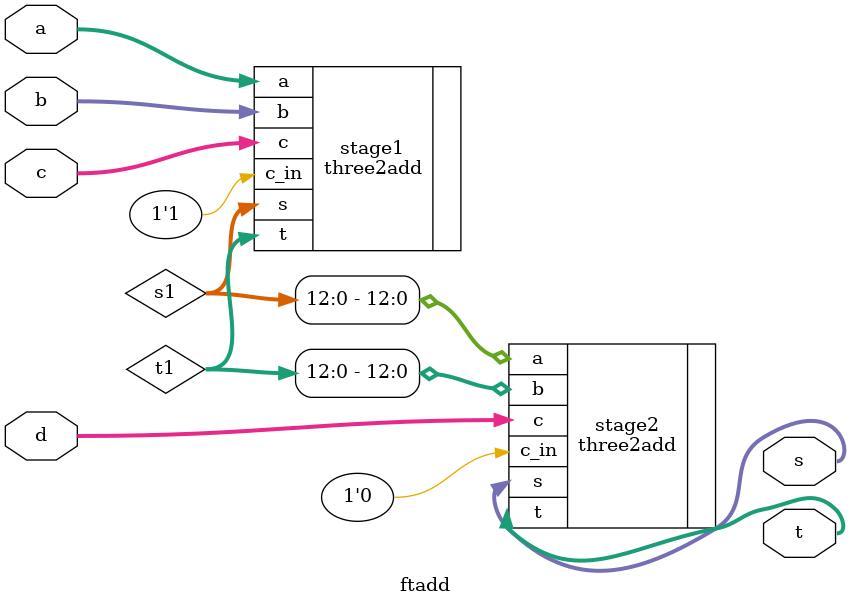
<source format=sv>

module ftadd #(parameter n = 13) (
    input [n-1:0] a,
    input [n-1:0] b,
    input [n-1:0] c,
    input [n-1:0] d,
    output [n:0] t,
    output [n:0] s
);

wire [n:0] t1, s1;

three2add #(n) stage1 (
    .a(a),
    .b(b),
    .c(c),
    .c_in(1'b1),
    .t(t1),
    .s(s1)
);

three2add #(n) stage2 (
    .a(s1[n-1:0]),
    .b(t1[n-1:0]),
    .c(d),
    .c_in(1'b0),
    .t(t),
    .s(s)
);

endmodule

</source>
